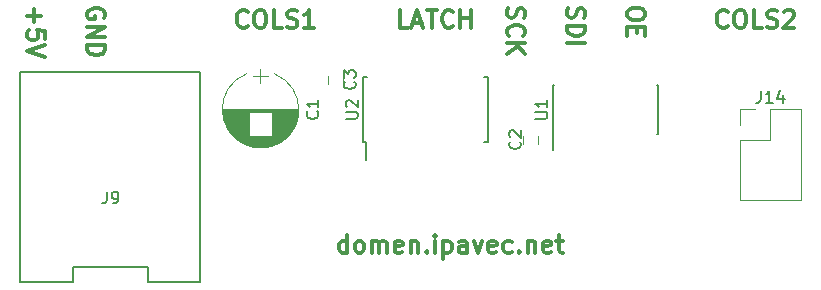
<source format=gto>
G04 #@! TF.FileFunction,Legend,Top*
%FSLAX46Y46*%
G04 Gerber Fmt 4.6, Leading zero omitted, Abs format (unit mm)*
G04 Created by KiCad (PCBNEW 4.0.7-e2-6376~58~ubuntu17.04.1) date Mon Oct 30 22:15:39 2017*
%MOMM*%
%LPD*%
G01*
G04 APERTURE LIST*
%ADD10C,0.100000*%
%ADD11C,0.300000*%
%ADD12C,0.120000*%
%ADD13C,0.150000*%
G04 APERTURE END LIST*
D10*
D11*
X147050000Y-122598571D02*
X147050000Y-121098571D01*
X147050000Y-122527143D02*
X146907143Y-122598571D01*
X146621429Y-122598571D01*
X146478571Y-122527143D01*
X146407143Y-122455714D01*
X146335714Y-122312857D01*
X146335714Y-121884286D01*
X146407143Y-121741429D01*
X146478571Y-121670000D01*
X146621429Y-121598571D01*
X146907143Y-121598571D01*
X147050000Y-121670000D01*
X147978572Y-122598571D02*
X147835714Y-122527143D01*
X147764286Y-122455714D01*
X147692857Y-122312857D01*
X147692857Y-121884286D01*
X147764286Y-121741429D01*
X147835714Y-121670000D01*
X147978572Y-121598571D01*
X148192857Y-121598571D01*
X148335714Y-121670000D01*
X148407143Y-121741429D01*
X148478572Y-121884286D01*
X148478572Y-122312857D01*
X148407143Y-122455714D01*
X148335714Y-122527143D01*
X148192857Y-122598571D01*
X147978572Y-122598571D01*
X149121429Y-122598571D02*
X149121429Y-121598571D01*
X149121429Y-121741429D02*
X149192857Y-121670000D01*
X149335715Y-121598571D01*
X149550000Y-121598571D01*
X149692857Y-121670000D01*
X149764286Y-121812857D01*
X149764286Y-122598571D01*
X149764286Y-121812857D02*
X149835715Y-121670000D01*
X149978572Y-121598571D01*
X150192857Y-121598571D01*
X150335715Y-121670000D01*
X150407143Y-121812857D01*
X150407143Y-122598571D01*
X151692857Y-122527143D02*
X151550000Y-122598571D01*
X151264286Y-122598571D01*
X151121429Y-122527143D01*
X151050000Y-122384286D01*
X151050000Y-121812857D01*
X151121429Y-121670000D01*
X151264286Y-121598571D01*
X151550000Y-121598571D01*
X151692857Y-121670000D01*
X151764286Y-121812857D01*
X151764286Y-121955714D01*
X151050000Y-122098571D01*
X152407143Y-121598571D02*
X152407143Y-122598571D01*
X152407143Y-121741429D02*
X152478571Y-121670000D01*
X152621429Y-121598571D01*
X152835714Y-121598571D01*
X152978571Y-121670000D01*
X153050000Y-121812857D01*
X153050000Y-122598571D01*
X153764286Y-122455714D02*
X153835714Y-122527143D01*
X153764286Y-122598571D01*
X153692857Y-122527143D01*
X153764286Y-122455714D01*
X153764286Y-122598571D01*
X154478572Y-122598571D02*
X154478572Y-121598571D01*
X154478572Y-121098571D02*
X154407143Y-121170000D01*
X154478572Y-121241429D01*
X154550000Y-121170000D01*
X154478572Y-121098571D01*
X154478572Y-121241429D01*
X155192858Y-121598571D02*
X155192858Y-123098571D01*
X155192858Y-121670000D02*
X155335715Y-121598571D01*
X155621429Y-121598571D01*
X155764286Y-121670000D01*
X155835715Y-121741429D01*
X155907144Y-121884286D01*
X155907144Y-122312857D01*
X155835715Y-122455714D01*
X155764286Y-122527143D01*
X155621429Y-122598571D01*
X155335715Y-122598571D01*
X155192858Y-122527143D01*
X157192858Y-122598571D02*
X157192858Y-121812857D01*
X157121429Y-121670000D01*
X156978572Y-121598571D01*
X156692858Y-121598571D01*
X156550001Y-121670000D01*
X157192858Y-122527143D02*
X157050001Y-122598571D01*
X156692858Y-122598571D01*
X156550001Y-122527143D01*
X156478572Y-122384286D01*
X156478572Y-122241429D01*
X156550001Y-122098571D01*
X156692858Y-122027143D01*
X157050001Y-122027143D01*
X157192858Y-121955714D01*
X157764287Y-121598571D02*
X158121430Y-122598571D01*
X158478572Y-121598571D01*
X159621429Y-122527143D02*
X159478572Y-122598571D01*
X159192858Y-122598571D01*
X159050001Y-122527143D01*
X158978572Y-122384286D01*
X158978572Y-121812857D01*
X159050001Y-121670000D01*
X159192858Y-121598571D01*
X159478572Y-121598571D01*
X159621429Y-121670000D01*
X159692858Y-121812857D01*
X159692858Y-121955714D01*
X158978572Y-122098571D01*
X160978572Y-122527143D02*
X160835715Y-122598571D01*
X160550001Y-122598571D01*
X160407143Y-122527143D01*
X160335715Y-122455714D01*
X160264286Y-122312857D01*
X160264286Y-121884286D01*
X160335715Y-121741429D01*
X160407143Y-121670000D01*
X160550001Y-121598571D01*
X160835715Y-121598571D01*
X160978572Y-121670000D01*
X161621429Y-122455714D02*
X161692857Y-122527143D01*
X161621429Y-122598571D01*
X161550000Y-122527143D01*
X161621429Y-122455714D01*
X161621429Y-122598571D01*
X162335715Y-121598571D02*
X162335715Y-122598571D01*
X162335715Y-121741429D02*
X162407143Y-121670000D01*
X162550001Y-121598571D01*
X162764286Y-121598571D01*
X162907143Y-121670000D01*
X162978572Y-121812857D01*
X162978572Y-122598571D01*
X164264286Y-122527143D02*
X164121429Y-122598571D01*
X163835715Y-122598571D01*
X163692858Y-122527143D01*
X163621429Y-122384286D01*
X163621429Y-121812857D01*
X163692858Y-121670000D01*
X163835715Y-121598571D01*
X164121429Y-121598571D01*
X164264286Y-121670000D01*
X164335715Y-121812857D01*
X164335715Y-121955714D01*
X163621429Y-122098571D01*
X164764286Y-121598571D02*
X165335715Y-121598571D01*
X164978572Y-121098571D02*
X164978572Y-122384286D01*
X165050000Y-122527143D01*
X165192858Y-122598571D01*
X165335715Y-122598571D01*
X179252858Y-103405714D02*
X179181429Y-103477143D01*
X178967143Y-103548571D01*
X178824286Y-103548571D01*
X178610001Y-103477143D01*
X178467143Y-103334286D01*
X178395715Y-103191429D01*
X178324286Y-102905714D01*
X178324286Y-102691429D01*
X178395715Y-102405714D01*
X178467143Y-102262857D01*
X178610001Y-102120000D01*
X178824286Y-102048571D01*
X178967143Y-102048571D01*
X179181429Y-102120000D01*
X179252858Y-102191429D01*
X180181429Y-102048571D02*
X180467143Y-102048571D01*
X180610001Y-102120000D01*
X180752858Y-102262857D01*
X180824286Y-102548571D01*
X180824286Y-103048571D01*
X180752858Y-103334286D01*
X180610001Y-103477143D01*
X180467143Y-103548571D01*
X180181429Y-103548571D01*
X180038572Y-103477143D01*
X179895715Y-103334286D01*
X179824286Y-103048571D01*
X179824286Y-102548571D01*
X179895715Y-102262857D01*
X180038572Y-102120000D01*
X180181429Y-102048571D01*
X182181430Y-103548571D02*
X181467144Y-103548571D01*
X181467144Y-102048571D01*
X182610001Y-103477143D02*
X182824287Y-103548571D01*
X183181430Y-103548571D01*
X183324287Y-103477143D01*
X183395716Y-103405714D01*
X183467144Y-103262857D01*
X183467144Y-103120000D01*
X183395716Y-102977143D01*
X183324287Y-102905714D01*
X183181430Y-102834286D01*
X182895716Y-102762857D01*
X182752858Y-102691429D01*
X182681430Y-102620000D01*
X182610001Y-102477143D01*
X182610001Y-102334286D01*
X182681430Y-102191429D01*
X182752858Y-102120000D01*
X182895716Y-102048571D01*
X183252858Y-102048571D01*
X183467144Y-102120000D01*
X184038572Y-102191429D02*
X184110001Y-102120000D01*
X184252858Y-102048571D01*
X184610001Y-102048571D01*
X184752858Y-102120000D01*
X184824287Y-102191429D01*
X184895715Y-102334286D01*
X184895715Y-102477143D01*
X184824287Y-102691429D01*
X183967144Y-103548571D01*
X184895715Y-103548571D01*
X172271429Y-102242857D02*
X172271429Y-102528571D01*
X172200000Y-102671429D01*
X172057143Y-102814286D01*
X171771429Y-102885714D01*
X171271429Y-102885714D01*
X170985714Y-102814286D01*
X170842857Y-102671429D01*
X170771429Y-102528571D01*
X170771429Y-102242857D01*
X170842857Y-102100000D01*
X170985714Y-101957143D01*
X171271429Y-101885714D01*
X171771429Y-101885714D01*
X172057143Y-101957143D01*
X172200000Y-102100000D01*
X172271429Y-102242857D01*
X171557143Y-103528572D02*
X171557143Y-104028572D01*
X170771429Y-104242858D02*
X170771429Y-103528572D01*
X172271429Y-103528572D01*
X172271429Y-104242858D01*
X165762857Y-101885714D02*
X165691429Y-102100000D01*
X165691429Y-102457143D01*
X165762857Y-102600000D01*
X165834286Y-102671429D01*
X165977143Y-102742857D01*
X166120000Y-102742857D01*
X166262857Y-102671429D01*
X166334286Y-102600000D01*
X166405714Y-102457143D01*
X166477143Y-102171429D01*
X166548571Y-102028571D01*
X166620000Y-101957143D01*
X166762857Y-101885714D01*
X166905714Y-101885714D01*
X167048571Y-101957143D01*
X167120000Y-102028571D01*
X167191429Y-102171429D01*
X167191429Y-102528571D01*
X167120000Y-102742857D01*
X165691429Y-103385714D02*
X167191429Y-103385714D01*
X167191429Y-103742857D01*
X167120000Y-103957142D01*
X166977143Y-104100000D01*
X166834286Y-104171428D01*
X166548571Y-104242857D01*
X166334286Y-104242857D01*
X166048571Y-104171428D01*
X165905714Y-104100000D01*
X165762857Y-103957142D01*
X165691429Y-103742857D01*
X165691429Y-103385714D01*
X165691429Y-104885714D02*
X167191429Y-104885714D01*
X160682857Y-101885714D02*
X160611429Y-102100000D01*
X160611429Y-102457143D01*
X160682857Y-102600000D01*
X160754286Y-102671429D01*
X160897143Y-102742857D01*
X161040000Y-102742857D01*
X161182857Y-102671429D01*
X161254286Y-102600000D01*
X161325714Y-102457143D01*
X161397143Y-102171429D01*
X161468571Y-102028571D01*
X161540000Y-101957143D01*
X161682857Y-101885714D01*
X161825714Y-101885714D01*
X161968571Y-101957143D01*
X162040000Y-102028571D01*
X162111429Y-102171429D01*
X162111429Y-102528571D01*
X162040000Y-102742857D01*
X160754286Y-104242857D02*
X160682857Y-104171428D01*
X160611429Y-103957142D01*
X160611429Y-103814285D01*
X160682857Y-103600000D01*
X160825714Y-103457142D01*
X160968571Y-103385714D01*
X161254286Y-103314285D01*
X161468571Y-103314285D01*
X161754286Y-103385714D01*
X161897143Y-103457142D01*
X162040000Y-103600000D01*
X162111429Y-103814285D01*
X162111429Y-103957142D01*
X162040000Y-104171428D01*
X161968571Y-104242857D01*
X160611429Y-104885714D02*
X162111429Y-104885714D01*
X160611429Y-105742857D02*
X161468571Y-105100000D01*
X162111429Y-105742857D02*
X161254286Y-104885714D01*
X152201429Y-103548571D02*
X151487143Y-103548571D01*
X151487143Y-102048571D01*
X152630000Y-103120000D02*
X153344286Y-103120000D01*
X152487143Y-103548571D02*
X152987143Y-102048571D01*
X153487143Y-103548571D01*
X153772857Y-102048571D02*
X154630000Y-102048571D01*
X154201429Y-103548571D02*
X154201429Y-102048571D01*
X155987143Y-103405714D02*
X155915714Y-103477143D01*
X155701428Y-103548571D01*
X155558571Y-103548571D01*
X155344286Y-103477143D01*
X155201428Y-103334286D01*
X155130000Y-103191429D01*
X155058571Y-102905714D01*
X155058571Y-102691429D01*
X155130000Y-102405714D01*
X155201428Y-102262857D01*
X155344286Y-102120000D01*
X155558571Y-102048571D01*
X155701428Y-102048571D01*
X155915714Y-102120000D01*
X155987143Y-102191429D01*
X156630000Y-103548571D02*
X156630000Y-102048571D01*
X156630000Y-102762857D02*
X157487143Y-102762857D01*
X157487143Y-103548571D02*
X157487143Y-102048571D01*
X138612858Y-103405714D02*
X138541429Y-103477143D01*
X138327143Y-103548571D01*
X138184286Y-103548571D01*
X137970001Y-103477143D01*
X137827143Y-103334286D01*
X137755715Y-103191429D01*
X137684286Y-102905714D01*
X137684286Y-102691429D01*
X137755715Y-102405714D01*
X137827143Y-102262857D01*
X137970001Y-102120000D01*
X138184286Y-102048571D01*
X138327143Y-102048571D01*
X138541429Y-102120000D01*
X138612858Y-102191429D01*
X139541429Y-102048571D02*
X139827143Y-102048571D01*
X139970001Y-102120000D01*
X140112858Y-102262857D01*
X140184286Y-102548571D01*
X140184286Y-103048571D01*
X140112858Y-103334286D01*
X139970001Y-103477143D01*
X139827143Y-103548571D01*
X139541429Y-103548571D01*
X139398572Y-103477143D01*
X139255715Y-103334286D01*
X139184286Y-103048571D01*
X139184286Y-102548571D01*
X139255715Y-102262857D01*
X139398572Y-102120000D01*
X139541429Y-102048571D01*
X141541430Y-103548571D02*
X140827144Y-103548571D01*
X140827144Y-102048571D01*
X141970001Y-103477143D02*
X142184287Y-103548571D01*
X142541430Y-103548571D01*
X142684287Y-103477143D01*
X142755716Y-103405714D01*
X142827144Y-103262857D01*
X142827144Y-103120000D01*
X142755716Y-102977143D01*
X142684287Y-102905714D01*
X142541430Y-102834286D01*
X142255716Y-102762857D01*
X142112858Y-102691429D01*
X142041430Y-102620000D01*
X141970001Y-102477143D01*
X141970001Y-102334286D01*
X142041430Y-102191429D01*
X142112858Y-102120000D01*
X142255716Y-102048571D01*
X142612858Y-102048571D01*
X142827144Y-102120000D01*
X144255715Y-103548571D02*
X143398572Y-103548571D01*
X143827144Y-103548571D02*
X143827144Y-102048571D01*
X143684287Y-102262857D01*
X143541429Y-102405714D01*
X143398572Y-102477143D01*
X126480000Y-102742857D02*
X126551429Y-102600000D01*
X126551429Y-102385714D01*
X126480000Y-102171429D01*
X126337143Y-102028571D01*
X126194286Y-101957143D01*
X125908571Y-101885714D01*
X125694286Y-101885714D01*
X125408571Y-101957143D01*
X125265714Y-102028571D01*
X125122857Y-102171429D01*
X125051429Y-102385714D01*
X125051429Y-102528571D01*
X125122857Y-102742857D01*
X125194286Y-102814286D01*
X125694286Y-102814286D01*
X125694286Y-102528571D01*
X125051429Y-103457143D02*
X126551429Y-103457143D01*
X125051429Y-104314286D01*
X126551429Y-104314286D01*
X125051429Y-105028572D02*
X126551429Y-105028572D01*
X126551429Y-105385715D01*
X126480000Y-105600000D01*
X126337143Y-105742858D01*
X126194286Y-105814286D01*
X125908571Y-105885715D01*
X125694286Y-105885715D01*
X125408571Y-105814286D01*
X125265714Y-105742858D01*
X125122857Y-105600000D01*
X125051429Y-105385715D01*
X125051429Y-105028572D01*
X120542857Y-101957143D02*
X120542857Y-103100000D01*
X119971429Y-102528571D02*
X121114286Y-102528571D01*
X121471429Y-104528572D02*
X121471429Y-103814286D01*
X120757143Y-103742857D01*
X120828571Y-103814286D01*
X120900000Y-103957143D01*
X120900000Y-104314286D01*
X120828571Y-104457143D01*
X120757143Y-104528572D01*
X120614286Y-104600000D01*
X120257143Y-104600000D01*
X120114286Y-104528572D01*
X120042857Y-104457143D01*
X119971429Y-104314286D01*
X119971429Y-103957143D01*
X120042857Y-103814286D01*
X120114286Y-103742857D01*
X121471429Y-105028571D02*
X119971429Y-105528571D01*
X121471429Y-106028571D01*
D12*
X140879136Y-113487820D02*
G75*
G03X140880000Y-107452518I-1179136J3017820D01*
G01*
X138520864Y-113487820D02*
G75*
G02X138520000Y-107452518I1179136J3017820D01*
G01*
X138520864Y-113487820D02*
G75*
G03X140880000Y-113487482I1179136J3017820D01*
G01*
X142900000Y-110470000D02*
X136500000Y-110470000D01*
X142900000Y-110510000D02*
X136500000Y-110510000D01*
X142900000Y-110550000D02*
X136500000Y-110550000D01*
X142898000Y-110590000D02*
X136502000Y-110590000D01*
X142897000Y-110630000D02*
X136503000Y-110630000D01*
X142894000Y-110670000D02*
X136506000Y-110670000D01*
X142892000Y-110710000D02*
X136508000Y-110710000D01*
X142888000Y-110750000D02*
X140680000Y-110750000D01*
X138720000Y-110750000D02*
X136512000Y-110750000D01*
X142885000Y-110790000D02*
X140680000Y-110790000D01*
X138720000Y-110790000D02*
X136515000Y-110790000D01*
X142880000Y-110830000D02*
X140680000Y-110830000D01*
X138720000Y-110830000D02*
X136520000Y-110830000D01*
X142876000Y-110870000D02*
X140680000Y-110870000D01*
X138720000Y-110870000D02*
X136524000Y-110870000D01*
X142870000Y-110910000D02*
X140680000Y-110910000D01*
X138720000Y-110910000D02*
X136530000Y-110910000D01*
X142865000Y-110950000D02*
X140680000Y-110950000D01*
X138720000Y-110950000D02*
X136535000Y-110950000D01*
X142858000Y-110990000D02*
X140680000Y-110990000D01*
X138720000Y-110990000D02*
X136542000Y-110990000D01*
X142852000Y-111030000D02*
X140680000Y-111030000D01*
X138720000Y-111030000D02*
X136548000Y-111030000D01*
X142844000Y-111070000D02*
X140680000Y-111070000D01*
X138720000Y-111070000D02*
X136556000Y-111070000D01*
X142837000Y-111110000D02*
X140680000Y-111110000D01*
X138720000Y-111110000D02*
X136563000Y-111110000D01*
X142828000Y-111150000D02*
X140680000Y-111150000D01*
X138720000Y-111150000D02*
X136572000Y-111150000D01*
X142819000Y-111191000D02*
X140680000Y-111191000D01*
X138720000Y-111191000D02*
X136581000Y-111191000D01*
X142810000Y-111231000D02*
X140680000Y-111231000D01*
X138720000Y-111231000D02*
X136590000Y-111231000D01*
X142800000Y-111271000D02*
X140680000Y-111271000D01*
X138720000Y-111271000D02*
X136600000Y-111271000D01*
X142790000Y-111311000D02*
X140680000Y-111311000D01*
X138720000Y-111311000D02*
X136610000Y-111311000D01*
X142779000Y-111351000D02*
X140680000Y-111351000D01*
X138720000Y-111351000D02*
X136621000Y-111351000D01*
X142767000Y-111391000D02*
X140680000Y-111391000D01*
X138720000Y-111391000D02*
X136633000Y-111391000D01*
X142755000Y-111431000D02*
X140680000Y-111431000D01*
X138720000Y-111431000D02*
X136645000Y-111431000D01*
X142742000Y-111471000D02*
X140680000Y-111471000D01*
X138720000Y-111471000D02*
X136658000Y-111471000D01*
X142729000Y-111511000D02*
X140680000Y-111511000D01*
X138720000Y-111511000D02*
X136671000Y-111511000D01*
X142715000Y-111551000D02*
X140680000Y-111551000D01*
X138720000Y-111551000D02*
X136685000Y-111551000D01*
X142701000Y-111591000D02*
X140680000Y-111591000D01*
X138720000Y-111591000D02*
X136699000Y-111591000D01*
X142686000Y-111631000D02*
X140680000Y-111631000D01*
X138720000Y-111631000D02*
X136714000Y-111631000D01*
X142670000Y-111671000D02*
X140680000Y-111671000D01*
X138720000Y-111671000D02*
X136730000Y-111671000D01*
X142654000Y-111711000D02*
X140680000Y-111711000D01*
X138720000Y-111711000D02*
X136746000Y-111711000D01*
X142637000Y-111751000D02*
X140680000Y-111751000D01*
X138720000Y-111751000D02*
X136763000Y-111751000D01*
X142619000Y-111791000D02*
X140680000Y-111791000D01*
X138720000Y-111791000D02*
X136781000Y-111791000D01*
X142601000Y-111831000D02*
X140680000Y-111831000D01*
X138720000Y-111831000D02*
X136799000Y-111831000D01*
X142582000Y-111871000D02*
X140680000Y-111871000D01*
X138720000Y-111871000D02*
X136818000Y-111871000D01*
X142563000Y-111911000D02*
X140680000Y-111911000D01*
X138720000Y-111911000D02*
X136837000Y-111911000D01*
X142543000Y-111951000D02*
X140680000Y-111951000D01*
X138720000Y-111951000D02*
X136857000Y-111951000D01*
X142522000Y-111991000D02*
X140680000Y-111991000D01*
X138720000Y-111991000D02*
X136878000Y-111991000D01*
X142500000Y-112031000D02*
X140680000Y-112031000D01*
X138720000Y-112031000D02*
X136900000Y-112031000D01*
X142478000Y-112071000D02*
X140680000Y-112071000D01*
X138720000Y-112071000D02*
X136922000Y-112071000D01*
X142455000Y-112111000D02*
X140680000Y-112111000D01*
X138720000Y-112111000D02*
X136945000Y-112111000D01*
X142431000Y-112151000D02*
X140680000Y-112151000D01*
X138720000Y-112151000D02*
X136969000Y-112151000D01*
X142406000Y-112191000D02*
X140680000Y-112191000D01*
X138720000Y-112191000D02*
X136994000Y-112191000D01*
X142381000Y-112231000D02*
X140680000Y-112231000D01*
X138720000Y-112231000D02*
X137019000Y-112231000D01*
X142354000Y-112271000D02*
X140680000Y-112271000D01*
X138720000Y-112271000D02*
X137046000Y-112271000D01*
X142327000Y-112311000D02*
X140680000Y-112311000D01*
X138720000Y-112311000D02*
X137073000Y-112311000D01*
X142299000Y-112351000D02*
X140680000Y-112351000D01*
X138720000Y-112351000D02*
X137101000Y-112351000D01*
X142270000Y-112391000D02*
X140680000Y-112391000D01*
X138720000Y-112391000D02*
X137130000Y-112391000D01*
X142240000Y-112431000D02*
X140680000Y-112431000D01*
X138720000Y-112431000D02*
X137160000Y-112431000D01*
X142210000Y-112471000D02*
X140680000Y-112471000D01*
X138720000Y-112471000D02*
X137190000Y-112471000D01*
X142178000Y-112511000D02*
X140680000Y-112511000D01*
X138720000Y-112511000D02*
X137222000Y-112511000D01*
X142145000Y-112551000D02*
X140680000Y-112551000D01*
X138720000Y-112551000D02*
X137255000Y-112551000D01*
X142111000Y-112591000D02*
X140680000Y-112591000D01*
X138720000Y-112591000D02*
X137289000Y-112591000D01*
X142075000Y-112631000D02*
X140680000Y-112631000D01*
X138720000Y-112631000D02*
X137325000Y-112631000D01*
X142039000Y-112671000D02*
X140680000Y-112671000D01*
X138720000Y-112671000D02*
X137361000Y-112671000D01*
X142001000Y-112711000D02*
X137399000Y-112711000D01*
X141962000Y-112751000D02*
X137438000Y-112751000D01*
X141922000Y-112791000D02*
X137478000Y-112791000D01*
X141880000Y-112831000D02*
X137520000Y-112831000D01*
X141837000Y-112871000D02*
X137563000Y-112871000D01*
X141792000Y-112911000D02*
X137608000Y-112911000D01*
X141745000Y-112951000D02*
X137655000Y-112951000D01*
X141697000Y-112991000D02*
X137703000Y-112991000D01*
X141646000Y-113031000D02*
X137754000Y-113031000D01*
X141594000Y-113071000D02*
X137806000Y-113071000D01*
X141539000Y-113111000D02*
X137861000Y-113111000D01*
X141481000Y-113151000D02*
X137919000Y-113151000D01*
X141421000Y-113191000D02*
X137979000Y-113191000D01*
X141358000Y-113231000D02*
X138042000Y-113231000D01*
X141291000Y-113271000D02*
X138109000Y-113271000D01*
X141220000Y-113311000D02*
X138180000Y-113311000D01*
X141145000Y-113351000D02*
X138255000Y-113351000D01*
X141064000Y-113391000D02*
X138336000Y-113391000D01*
X140978000Y-113431000D02*
X138422000Y-113431000D01*
X140884000Y-113471000D02*
X138516000Y-113471000D01*
X140781000Y-113511000D02*
X138619000Y-113511000D01*
X140666000Y-113551000D02*
X138734000Y-113551000D01*
X140534000Y-113591000D02*
X138866000Y-113591000D01*
X140376000Y-113631000D02*
X139024000Y-113631000D01*
X140168000Y-113671000D02*
X139232000Y-113671000D01*
X139700000Y-107020000D02*
X139700000Y-108220000D01*
X140350000Y-107620000D02*
X139050000Y-107620000D01*
X161960000Y-113380000D02*
X161960000Y-112680000D01*
X163160000Y-112680000D02*
X163160000Y-113380000D01*
D13*
X119380000Y-125095000D02*
X123825000Y-125095000D01*
X130175000Y-125095000D02*
X134620000Y-125095000D01*
X123825000Y-125095000D02*
X123825000Y-123825000D01*
X123825000Y-123825000D02*
X130175000Y-123825000D01*
X130175000Y-123825000D02*
X130175000Y-125095000D01*
X119380000Y-125095000D02*
X119380000Y-107315000D01*
X119380000Y-107315000D02*
X134620000Y-107315000D01*
X134620000Y-107315000D02*
X134620000Y-125095000D01*
D12*
X180280000Y-118170000D02*
X185480000Y-118170000D01*
X180280000Y-113030000D02*
X180280000Y-118170000D01*
X185480000Y-110430000D02*
X185480000Y-118170000D01*
X180280000Y-113030000D02*
X182880000Y-113030000D01*
X182880000Y-113030000D02*
X182880000Y-110430000D01*
X182880000Y-110430000D02*
X185480000Y-110430000D01*
X180280000Y-111760000D02*
X180280000Y-110430000D01*
X180280000Y-110430000D02*
X181610000Y-110430000D01*
D13*
X164460000Y-112565000D02*
X164485000Y-112565000D01*
X164460000Y-108415000D02*
X164575000Y-108415000D01*
X173360000Y-108415000D02*
X173245000Y-108415000D01*
X173360000Y-112565000D02*
X173245000Y-112565000D01*
X164460000Y-112565000D02*
X164460000Y-108415000D01*
X173360000Y-112565000D02*
X173360000Y-108415000D01*
X164485000Y-112565000D02*
X164485000Y-113940000D01*
X148395000Y-113265000D02*
X148670000Y-113265000D01*
X148395000Y-107715000D02*
X148750000Y-107715000D01*
X158945000Y-107715000D02*
X158590000Y-107715000D01*
X158945000Y-113265000D02*
X158590000Y-113265000D01*
X148395000Y-113265000D02*
X148395000Y-107715000D01*
X158945000Y-113265000D02*
X158945000Y-107715000D01*
X148670000Y-113265000D02*
X148670000Y-114790000D01*
D12*
X146650000Y-107600000D02*
X146650000Y-108300000D01*
X145450000Y-108300000D02*
X145450000Y-107600000D01*
D13*
X144517143Y-110636666D02*
X144564762Y-110684285D01*
X144612381Y-110827142D01*
X144612381Y-110922380D01*
X144564762Y-111065238D01*
X144469524Y-111160476D01*
X144374286Y-111208095D01*
X144183810Y-111255714D01*
X144040952Y-111255714D01*
X143850476Y-111208095D01*
X143755238Y-111160476D01*
X143660000Y-111065238D01*
X143612381Y-110922380D01*
X143612381Y-110827142D01*
X143660000Y-110684285D01*
X143707619Y-110636666D01*
X144612381Y-109684285D02*
X144612381Y-110255714D01*
X144612381Y-109970000D02*
X143612381Y-109970000D01*
X143755238Y-110065238D01*
X143850476Y-110160476D01*
X143898095Y-110255714D01*
X161667143Y-113196666D02*
X161714762Y-113244285D01*
X161762381Y-113387142D01*
X161762381Y-113482380D01*
X161714762Y-113625238D01*
X161619524Y-113720476D01*
X161524286Y-113768095D01*
X161333810Y-113815714D01*
X161190952Y-113815714D01*
X161000476Y-113768095D01*
X160905238Y-113720476D01*
X160810000Y-113625238D01*
X160762381Y-113482380D01*
X160762381Y-113387142D01*
X160810000Y-113244285D01*
X160857619Y-113196666D01*
X160857619Y-112815714D02*
X160810000Y-112768095D01*
X160762381Y-112672857D01*
X160762381Y-112434761D01*
X160810000Y-112339523D01*
X160857619Y-112291904D01*
X160952857Y-112244285D01*
X161048095Y-112244285D01*
X161190952Y-112291904D01*
X161762381Y-112863333D01*
X161762381Y-112244285D01*
X126666667Y-117427381D02*
X126666667Y-118141667D01*
X126619047Y-118284524D01*
X126523809Y-118379762D01*
X126380952Y-118427381D01*
X126285714Y-118427381D01*
X127190476Y-118427381D02*
X127380952Y-118427381D01*
X127476191Y-118379762D01*
X127523810Y-118332143D01*
X127619048Y-118189286D01*
X127666667Y-117998810D01*
X127666667Y-117617857D01*
X127619048Y-117522619D01*
X127571429Y-117475000D01*
X127476191Y-117427381D01*
X127285714Y-117427381D01*
X127190476Y-117475000D01*
X127142857Y-117522619D01*
X127095238Y-117617857D01*
X127095238Y-117855952D01*
X127142857Y-117951190D01*
X127190476Y-117998810D01*
X127285714Y-118046429D01*
X127476191Y-118046429D01*
X127571429Y-117998810D01*
X127619048Y-117951190D01*
X127666667Y-117855952D01*
X182070477Y-108882381D02*
X182070477Y-109596667D01*
X182022857Y-109739524D01*
X181927619Y-109834762D01*
X181784762Y-109882381D01*
X181689524Y-109882381D01*
X183070477Y-109882381D02*
X182499048Y-109882381D01*
X182784762Y-109882381D02*
X182784762Y-108882381D01*
X182689524Y-109025238D01*
X182594286Y-109120476D01*
X182499048Y-109168095D01*
X183927620Y-109215714D02*
X183927620Y-109882381D01*
X183689524Y-108834762D02*
X183451429Y-109549048D01*
X184070477Y-109549048D01*
X162987381Y-111251905D02*
X163796905Y-111251905D01*
X163892143Y-111204286D01*
X163939762Y-111156667D01*
X163987381Y-111061429D01*
X163987381Y-110870952D01*
X163939762Y-110775714D01*
X163892143Y-110728095D01*
X163796905Y-110680476D01*
X162987381Y-110680476D01*
X163987381Y-109680476D02*
X163987381Y-110251905D01*
X163987381Y-109966191D02*
X162987381Y-109966191D01*
X163130238Y-110061429D01*
X163225476Y-110156667D01*
X163273095Y-110251905D01*
X146922381Y-111251905D02*
X147731905Y-111251905D01*
X147827143Y-111204286D01*
X147874762Y-111156667D01*
X147922381Y-111061429D01*
X147922381Y-110870952D01*
X147874762Y-110775714D01*
X147827143Y-110728095D01*
X147731905Y-110680476D01*
X146922381Y-110680476D01*
X147017619Y-110251905D02*
X146970000Y-110204286D01*
X146922381Y-110109048D01*
X146922381Y-109870952D01*
X146970000Y-109775714D01*
X147017619Y-109728095D01*
X147112857Y-109680476D01*
X147208095Y-109680476D01*
X147350952Y-109728095D01*
X147922381Y-110299524D01*
X147922381Y-109680476D01*
X147657143Y-108116666D02*
X147704762Y-108164285D01*
X147752381Y-108307142D01*
X147752381Y-108402380D01*
X147704762Y-108545238D01*
X147609524Y-108640476D01*
X147514286Y-108688095D01*
X147323810Y-108735714D01*
X147180952Y-108735714D01*
X146990476Y-108688095D01*
X146895238Y-108640476D01*
X146800000Y-108545238D01*
X146752381Y-108402380D01*
X146752381Y-108307142D01*
X146800000Y-108164285D01*
X146847619Y-108116666D01*
X146752381Y-107783333D02*
X146752381Y-107164285D01*
X147133333Y-107497619D01*
X147133333Y-107354761D01*
X147180952Y-107259523D01*
X147228571Y-107211904D01*
X147323810Y-107164285D01*
X147561905Y-107164285D01*
X147657143Y-107211904D01*
X147704762Y-107259523D01*
X147752381Y-107354761D01*
X147752381Y-107640476D01*
X147704762Y-107735714D01*
X147657143Y-107783333D01*
M02*

</source>
